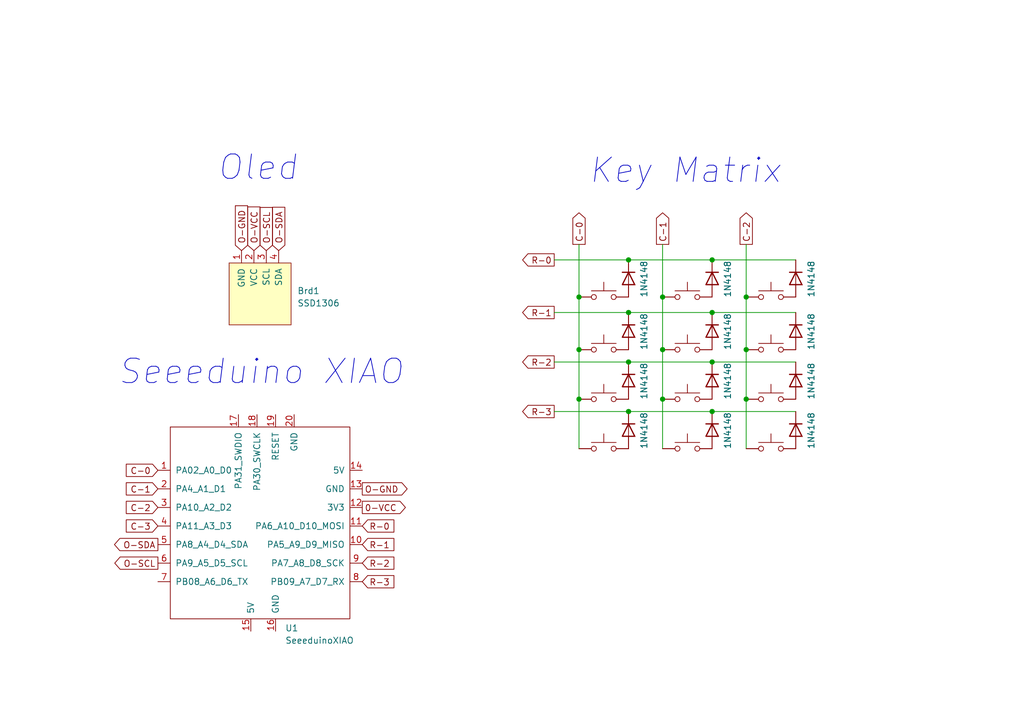
<source format=kicad_sch>
(kicad_sch (version 20230121) (generator eeschema)
  (paper "A5")
  (lib_symbols
    (symbol "Diode:1N4148" (pin_numbers hide) (pin_names hide)
      (property "Reference" "D" (at 0 2.54 0))
      (property "Value" "1N4148" (at 0 -2.54 0))
      (symbol "1N4148_0_1"
        (polyline (pts (xy -1.27 1.27) (xy -1.27 -1.27)) (stroke (width 0.254)))
        (polyline (pts (xy 1.27 0) (xy -1.27 0)))
        (polyline (pts (xy 1.27 1.27) (xy 1.27 -1.27) (xy -1.27 0) (xy 1.27 1.27)) (stroke (width 0.254)))
      )
      (symbol "1N4148_1_1"
        (pin passive line (at -3.81 0 0) (length 2.54) (name "K") (number "1"))
        (pin passive line (at 3.81 0 180) (length 2.54) (name "A") (number "2"))
      )
    )
    (symbol "SSD1306-128x64_OLED:SSD1306" (pin_names (offset 1.016))
      (property "Reference" "Brd" (at 0 -3.81 0))
      (property "Value" "SSD1306" (at 0 -1.27 0))
      (symbol "SSD1306_0_1"
        (rectangle (start -6.35 6.35) (end 6.35 -6.35) (fill (type background)))
      )
      (symbol "SSD1306_1_1"
        (pin input line (at -3.81 8.89 270) (length 2.54) (name "GND") (number "1"))
        (pin input line (at -1.27 8.89 270) (length 2.54) (name "VCC") (number "2"))
        (pin input line (at 1.27 8.89 270) (length 2.54) (name "SCL") (number "3"))
        (pin input line (at 3.81 8.89 270) (length 2.54) (name "SDA") (number "4"))
      )
    )
    (symbol "Seeeduino XIAO:SeeeduinoXIAO" (pin_names (offset 1.016))
      (property "Reference" "U" (at -19.05 22.86 0))
      (property "Value" "SeeeduinoXIAO" (at -12.7 21.59 0))
      (symbol "SeeeduinoXIAO_0_1"
        (rectangle (start -19.05 20.32) (end 17.78 -19.05))
      )
      (symbol "SeeeduinoXIAO_1_1"
        (pin unspecified line (at -21.59 11.43 0) (length 2.54) (name "PA02_A0_D0") (number "1"))
        (pin unspecified line (at 20.32 -3.81 180) (length 2.54) (name "PA5_A9_D9_MISO") (number "10"))
        (pin unspecified line (at 20.32 0 180) (length 2.54) (name "PA6_A10_D10_MOSI") (number "11"))
        (pin unspecified line (at 20.32 3.81 180) (length 2.54) (name "3V3") (number "12"))
        (pin unspecified line (at 20.32 7.62 180) (length 2.54) (name "GND") (number "13"))
        (pin unspecified line (at 20.32 11.43 180) (length 2.54) (name "5V") (number "14"))
        (pin input line (at -2.54 -21.59 90) (length 2.54) (name "5V") (number "15"))
        (pin input line (at 2.54 -21.59 90) (length 2.54) (name "GND") (number "16"))
        (pin input line (at -5.08 22.86 270) (length 2.54) (name "PA31_SWDIO") (number "17"))
        (pin input line (at -1.27 22.86 270) (length 2.54) (name "PA30_SWCLK") (number "18"))
        (pin input line (at 2.54 22.86 270) (length 2.54) (name "RESET") (number "19"))
        (pin unspecified line (at -21.59 7.62 0) (length 2.54) (name "PA4_A1_D1") (number "2"))
        (pin input line (at 6.35 22.86 270) (length 2.54) (name "GND") (number "20"))
        (pin unspecified line (at -21.59 3.81 0) (length 2.54) (name "PA10_A2_D2") (number "3"))
        (pin unspecified line (at -21.59 0 0) (length 2.54) (name "PA11_A3_D3") (number "4"))
        (pin unspecified line (at -21.59 -3.81 0) (length 2.54) (name "PA8_A4_D4_SDA") (number "5"))
        (pin unspecified line (at -21.59 -7.62 0) (length 2.54) (name "PA9_A5_D5_SCL") (number "6"))
        (pin unspecified line (at -21.59 -11.43 0) (length 2.54) (name "PB08_A6_D6_TX") (number "7"))
        (pin unspecified line (at 20.32 -11.43 180) (length 2.54) (name "PB09_A7_D7_RX") (number "8"))
        (pin unspecified line (at 20.32 -7.62 180) (length 2.54) (name "PA7_A8_D8_SCK") (number "9"))
      )
    )
    (symbol "Switch:SW_Push" (pin_numbers hide) (pin_names (offset 1.016) hide)
      (property "Reference" "SW" (at 1.27 2.54 0))
      (property "Value" "SW_Push" (at 0 -1.524 0))
      (symbol "SW_Push_0_1"
        (circle (center -2.032 0) (radius 0.508))
        (polyline (pts (xy 0 1.27) (xy 0 3.048)))
        (polyline (pts (xy 2.54 1.27) (xy -2.54 1.27)))
        (circle (center 2.032 0) (radius 0.508))
        (pin passive line (at -5.08 0 0) (length 2.54) (name "1") (number "1"))
        (pin passive line (at 5.08 0 180) (length 2.54) (name "2") (number "2"))
      )
    )
  )
  (junction (at 128.905 64.135))
  (junction (at 135.89 81.915))
  (junction (at 128.905 84.455))
  (junction (at 118.745 71.755))
  (junction (at 146.05 64.135))
  (junction (at 118.745 81.915))
  (junction (at 153.035 60.96))
  (junction (at 135.89 60.96))
  (junction (at 128.905 74.295))
  (junction (at 153.035 81.915))
  (junction (at 153.035 71.755))
  (junction (at 135.89 71.755))
  (junction (at 118.745 60.96))
  (junction (at 128.905 53.34))
  (junction (at 146.05 74.295))
  (junction (at 146.05 53.34))
  (junction (at 146.05 84.455))
  (wire (pts (xy 146.05 64.135) (xy 163.195 64.135)))
  (wire (pts (xy 128.905 53.34) (xy 146.05 53.34)))
  (wire (pts (xy 113.665 53.34) (xy 128.905 53.34)))
  (wire (pts (xy 135.89 60.96) (xy 135.89 71.755)))
  (wire (pts (xy 146.05 53.34) (xy 163.195 53.34)))
  (wire (pts (xy 128.905 74.295) (xy 146.05 74.295)))
  (wire (pts (xy 128.905 84.455) (xy 146.05 84.455)))
  (wire (pts (xy 128.905 64.135) (xy 146.05 64.135)))
  (wire (pts (xy 135.89 50.165) (xy 135.89 60.96)))
  (wire (pts (xy 153.035 60.96) (xy 153.035 71.755)))
  (wire (pts (xy 153.035 71.755) (xy 153.035 81.915)))
  (wire (pts (xy 146.05 84.455) (xy 163.195 84.455)))
  (wire (pts (xy 113.665 74.295) (xy 128.905 74.295)))
  (wire (pts (xy 153.035 81.915) (xy 153.035 92.075)))
  (wire (pts (xy 135.89 71.755) (xy 135.89 81.915)))
  (wire (pts (xy 118.745 50.165) (xy 118.745 60.96)))
  (wire (pts (xy 146.05 74.295) (xy 163.195 74.295)))
  (wire (pts (xy 118.745 81.915) (xy 118.745 92.075)))
  (wire (pts (xy 118.745 71.755) (xy 118.745 81.915)))
  (wire (pts (xy 118.745 60.96) (xy 118.745 71.755)))
  (wire (pts (xy 113.665 64.135) (xy 128.905 64.135)))
  (wire (pts (xy 113.665 84.455) (xy 128.905 84.455)))
  (wire (pts (xy 135.89 81.915) (xy 135.89 92.075)))
  (wire (pts (xy 153.035 50.165) (xy 153.035 60.96)))
  (text "Key Matrix\n" (at 120.65 38.1 0) (effects (font (size 5 5) italic) (justify left bottom)))
  (text "Seeeduino XIAO" (at 24.13 79.375 0) (effects (font (size 5 5) italic) (justify left bottom)))
  (text "Oled" (at 44.45 37.465 0) (effects (font (size 5 5) italic) (justify left bottom)))
  (global_label "C-1" (shape input) (at 32.385 100.33 180) (property "Intersheetrefs" "${INTERSHEET_REFS}" (effects hide)))
  (global_label "0-VCC" (shape output) (at 74.295 104.14 0) (property "Intersheetrefs" "${INTERSHEET_REFS}" (effects hide)))
  (global_label "O-SCL" (shape output) (at 32.385 115.57 180) (property "Intersheetrefs" "${INTERSHEET_REFS}" (effects hide)))
  (global_label "R-0" (shape output) (at 113.665 53.34 180) (property "Intersheetrefs" "${INTERSHEET_REFS}" (effects hide)))
  (global_label "R-2" (shape input) (at 74.295 115.57 0) (property "Intersheetrefs" "${INTERSHEET_REFS}" (effects hide)))
  (global_label "C-2" (shape input) (at 32.385 104.14 180) (property "Intersheetrefs" "${INTERSHEET_REFS}" (effects hide)))
  (global_label "O-SCL" (shape input) (at 54.61 51.435 90) (property "Intersheetrefs" "${INTERSHEET_REFS}" (effects hide)))
  (global_label "O-SDA" (shape output) (at 32.385 111.76 180) (property "Intersheetrefs" "${INTERSHEET_REFS}" (effects hide)))
  (global_label "C-1" (shape output) (at 135.89 50.165 90) (property "Intersheetrefs" "${INTERSHEET_REFS}" (effects hide)))
  (global_label "C-0" (shape input) (at 32.385 96.52 180) (property "Intersheetrefs" "${INTERSHEET_REFS}" (effects hide)))
  (global_label "R-3" (shape output) (at 113.665 84.455 180) (property "Intersheetrefs" "${INTERSHEET_REFS}" (effects hide)))
  (global_label "R-2" (shape output) (at 113.665 74.295 180) (property "Intersheetrefs" "${INTERSHEET_REFS}" (effects hide)))
  (global_label "R-1" (shape input) (at 74.295 111.76 0) (property "Intersheetrefs" "${INTERSHEET_REFS}" (effects hide)))
  (global_label "C-2" (shape output) (at 153.035 50.165 90) (property "Intersheetrefs" "${INTERSHEET_REFS}" (effects hide)))
  (global_label "O-VCC" (shape input) (at 52.07 51.435 90) (property "Intersheetrefs" "${INTERSHEET_REFS}" (effects hide)))
  (global_label "O-SDA" (shape input) (at 57.15 51.435 90) (property "Intersheetrefs" "${INTERSHEET_REFS}" (effects hide)))
  (global_label "R-3" (shape input) (at 74.295 119.38 0) (property "Intersheetrefs" "${INTERSHEET_REFS}" (effects hide)))
  (global_label "C-0" (shape output) (at 118.745 50.165 90) (property "Intersheetrefs" "${INTERSHEET_REFS}" (effects hide)))
  (global_label "O-GND" (shape input) (at 49.53 51.435 90) (property "Intersheetrefs" "${INTERSHEET_REFS}" (effects hide)))
  (global_label "O-GND" (shape output) (at 74.295 100.33 0) (property "Intersheetrefs" "${INTERSHEET_REFS}" (effects hide)))
  (global_label "C-3" (shape input) (at 32.385 107.95 180) (property "Intersheetrefs" "${INTERSHEET_REFS}" (effects hide)))
  (global_label "R-0" (shape input) (at 74.295 107.95 0) (property "Intersheetrefs" "${INTERSHEET_REFS}" (effects hide)))
  (global_label "R-1" (shape output) (at 113.665 64.135 180) (property "Intersheetrefs" "${INTERSHEET_REFS}" (effects hide)))
  (symbol (lib_id "Switch:SW_Push") (at 123.825 71.755 0) (unit 1)
    (property "Reference" "SW10" (effects hide))
    (property "Value" "SW_Push" (effects hide))
    (property "Footprint" "Button_Switch_Keyboard:SW_Cherry_MX_1.00u_PCB" (effects hide))
  )
  (symbol (lib_id "Diode:1N4148") (at 146.05 88.265 270) (unit 1)
    (property "Reference" "D8" (effects hide))
    (property "Value" "1N4148" (at 149.225 92.17 0) (effects (justify right)))
    (property "Footprint" "Diode_THT:D_DO-35_SOD27_P7.62mm_Horizontal" (effects hide))
    (property "Datasheet" "https://assets.nexperia.com/documents/data-sheet/1N4148_1N4448.pdf" (effects hide))
    (property "Sim.Device" "D" (effects hide))
    (property "Sim.Pins" "1=K 2=A" (effects hide))
  )
  (symbol (lib_id "Switch:SW_Push") (at 123.825 60.96 0) (unit 1)
    (property "Reference" "SW1" (effects hide))
    (property "Value" "SW_Push" (effects hide))
    (property "Footprint" "Button_Switch_Keyboard:SW_Cherry_MX_1.00u_PCB" (effects hide))
  )
  (symbol (lib_id "Diode:1N4148") (at 128.905 57.15 270) (unit 1)
    (property "Reference" "D1" (effects hide))
    (property "Value" "1N4148" (at 132.08 61.055 0) (effects (justify right)))
    (property "Footprint" "Diode_THT:D_DO-35_SOD27_P7.62mm_Horizontal" (effects hide))
    (property "Datasheet" "https://assets.nexperia.com/documents/data-sheet/1N4148_1N4448.pdf" (effects hide))
    (property "Sim.Device" "D" (effects hide))
    (property "Sim.Pins" "1=K 2=A" (effects hide))
  )
  (symbol (lib_id "Switch:SW_Push") (at 158.115 71.755 0) (unit 1)
    (property "Reference" "SW4" (effects hide))
    (property "Value" "SW_Push" (effects hide))
    (property "Footprint" "Button_Switch_Keyboard:SW_Cherry_MX_1.00u_PCB" (effects hide))
  )
  (symbol (lib_id "Diode:1N4148") (at 128.905 88.265 270) (unit 1)
    (property "Reference" "D4" (effects hide))
    (property "Value" "1N4148" (at 132.08 92.17 0) (effects (justify right)))
    (property "Footprint" "Diode_THT:D_DO-35_SOD27_P7.62mm_Horizontal" (effects hide))
    (property "Datasheet" "https://assets.nexperia.com/documents/data-sheet/1N4148_1N4448.pdf" (effects hide))
    (property "Sim.Device" "D" (effects hide))
    (property "Sim.Pins" "1=K 2=A" (effects hide))
  )
  (symbol (lib_id "Switch:SW_Push") (at 158.115 60.96 0) (unit 1)
    (property "Reference" "SW3" (effects hide))
    (property "Value" "SW_Push" (effects hide))
    (property "Footprint" "Button_Switch_Keyboard:SW_Cherry_MX_1.00u_PCB" (effects hide))
  )
  (symbol (lib_id "Diode:1N4148") (at 128.905 67.945 270) (unit 1)
    (property "Reference" "D5" (effects hide))
    (property "Value" "1N4148" (at 132.08 71.85 0) (effects (justify right)))
    (property "Footprint" "Diode_THT:D_DO-35_SOD27_P7.62mm_Horizontal" (effects hide))
    (property "Datasheet" "https://assets.nexperia.com/documents/data-sheet/1N4148_1N4448.pdf" (effects hide))
    (property "Sim.Device" "D" (effects hide))
    (property "Sim.Pins" "1=K 2=A" (effects hide))
  )
  (symbol (lib_id "Switch:SW_Push") (at 123.825 92.075 0) (unit 1)
    (property "Reference" "SW12" (effects hide))
    (property "Value" "SW_Push" (effects hide))
    (property "Footprint" "Button_Switch_Keyboard:SW_Cherry_MX_1.00u_PCB" (effects hide))
  )
  (symbol (lib_id "Diode:1N4148") (at 146.05 78.105 270) (unit 1)
    (property "Reference" "D10" (effects hide))
    (property "Value" "1N4148" (at 149.225 82.01 0) (effects (justify right)))
    (property "Footprint" "Diode_THT:D_DO-35_SOD27_P7.62mm_Horizontal" (effects hide))
    (property "Datasheet" "https://assets.nexperia.com/documents/data-sheet/1N4148_1N4448.pdf" (effects hide))
    (property "Sim.Device" "D" (effects hide))
    (property "Sim.Pins" "1=K 2=A" (effects hide))
  )
  (symbol (lib_id "Switch:SW_Push") (at 140.97 92.075 0) (unit 1)
    (property "Reference" "SW7" (effects hide))
    (property "Value" "SW_Push" (effects hide))
    (property "Footprint" "Button_Switch_Keyboard:SW_Cherry_MX_1.00u_PCB" (effects hide))
  )
  (symbol (lib_id "Switch:SW_Push") (at 140.97 60.96 0) (unit 1)
    (property "Reference" "SW2" (effects hide))
    (property "Value" "SW_Push" (effects hide))
    (property "Footprint" "Button_Switch_Keyboard:SW_Cherry_MX_1.00u_PCB" (effects hide))
  )
  (symbol (lib_id "Diode:1N4148") (at 146.05 67.945 270) (unit 1)
    (property "Reference" "D6" (effects hide))
    (property "Value" "1N4148" (at 149.225 71.85 0) (effects (justify right)))
    (property "Footprint" "Diode_THT:D_DO-35_SOD27_P7.62mm_Horizontal" (effects hide))
    (property "Datasheet" "https://assets.nexperia.com/documents/data-sheet/1N4148_1N4448.pdf" (effects hide))
    (property "Sim.Device" "D" (effects hide))
    (property "Sim.Pins" "1=K 2=A" (effects hide))
  )
  (symbol (lib_id "Switch:SW_Push") (at 158.115 92.075 0) (unit 1)
    (property "Reference" "SW6" (effects hide))
    (property "Value" "SW_Push" (effects hide))
    (property "Footprint" "Button_Switch_Keyboard:SW_Cherry_MX_1.00u_PCB" (effects hide))
  )
  (symbol (lib_id "Diode:1N4148") (at 163.195 78.105 270) (unit 1)
    (property "Reference" "D11" (effects hide))
    (property "Value" "1N4148" (at 166.37 82.01 0) (effects (justify right)))
    (property "Footprint" "Diode_THT:D_DO-35_SOD27_P7.62mm_Horizontal" (effects hide))
    (property "Datasheet" "https://assets.nexperia.com/documents/data-sheet/1N4148_1N4448.pdf" (effects hide))
    (property "Sim.Device" "D" (effects hide))
    (property "Sim.Pins" "1=K 2=A" (effects hide))
  )
  (symbol (lib_id "Switch:SW_Push") (at 123.825 81.915 0) (unit 1)
    (property "Reference" "SW11" (effects hide))
    (property "Value" "SW_Push" (effects hide))
    (property "Footprint" "Button_Switch_Keyboard:SW_Cherry_MX_1.00u_PCB" (effects hide))
  )
  (symbol (lib_id "SSD1306-128x64_OLED:SSD1306") (at 53.34 60.325 0) (unit 1)
    (property "Reference" "Brd1" (at 60.96 59.69 0) (effects (justify left)))
    (property "Value" "SSD1306" (at 60.96 62.23 0) (effects (justify left)))
    (property "Footprint" "kbd:OLED_v2" (effects hide))
  )
  (symbol (lib_id "Diode:1N4148") (at 163.195 67.945 270) (unit 1)
    (property "Reference" "D7" (effects hide))
    (property "Value" "1N4148" (at 166.37 71.85 0) (effects (justify right)))
    (property "Footprint" "Diode_THT:D_DO-35_SOD27_P7.62mm_Horizontal" (effects hide))
    (property "Datasheet" "https://assets.nexperia.com/documents/data-sheet/1N4148_1N4448.pdf" (effects hide))
    (property "Sim.Device" "D" (effects hide))
    (property "Sim.Pins" "1=K 2=A" (effects hide))
  )
  (symbol (lib_id "Diode:1N4148") (at 163.195 88.265 270) (unit 1)
    (property "Reference" "D12" (effects hide))
    (property "Value" "1N4148" (at 166.37 92.17 0) (effects (justify right)))
    (property "Footprint" "Diode_THT:D_DO-35_SOD27_P7.62mm_Horizontal" (effects hide))
    (property "Datasheet" "https://assets.nexperia.com/documents/data-sheet/1N4148_1N4448.pdf" (effects hide))
    (property "Sim.Device" "D" (effects hide))
    (property "Sim.Pins" "1=K 2=A" (effects hide))
  )
  (symbol (lib_id "Diode:1N4148") (at 163.195 57.15 270) (unit 1)
    (property "Reference" "D3" (effects hide))
    (property "Value" "1N4148" (at 166.37 61.055 0) (effects (justify right)))
    (property "Footprint" "Diode_THT:D_DO-35_SOD27_P7.62mm_Horizontal" (effects hide))
    (property "Datasheet" "https://assets.nexperia.com/documents/data-sheet/1N4148_1N4448.pdf" (effects hide))
    (property "Sim.Device" "D" (effects hide))
    (property "Sim.Pins" "1=K 2=A" (effects hide))
  )
  (symbol (lib_id "Seeeduino XIAO:SeeeduinoXIAO") (at 53.975 107.95 0) (unit 1)
    (property "Reference" "U1" (at 58.4709 128.905 0) (effects (justify left)))
    (property "Value" "SeeeduinoXIAO" (at 58.4709 131.445 0) (effects (justify left)))
  )
  (symbol (lib_id "Diode:1N4148") (at 128.905 78.105 270) (unit 1)
    (property "Reference" "D9" (effects hide))
    (property "Value" "1N4148" (at 132.08 82.01 0) (effects (justify right)))
    (property "Footprint" "Diode_THT:D_DO-35_SOD27_P7.62mm_Horizontal" (effects hide))
    (property "Datasheet" "https://assets.nexperia.com/documents/data-sheet/1N4148_1N4448.pdf" (effects hide))
    (property "Sim.Device" "D" (effects hide))
    (property "Sim.Pins" "1=K 2=A" (effects hide))
  )
  (symbol (lib_id "Switch:SW_Push") (at 158.115 81.915 0) (unit 1)
    (property "Reference" "SW5" (effects hide))
    (property "Value" "SW_Push" (effects hide))
    (property "Footprint" "Button_Switch_Keyboard:SW_Cherry_MX_1.00u_PCB" (effects hide))
  )
  (symbol (lib_id "Diode:1N4148") (at 146.05 57.15 270) (unit 1)
    (property "Reference" "D2" (effects hide))
    (property "Value" "1N4148" (at 149.225 61.055 0) (effects (justify right)))
    (property "Footprint" "Diode_THT:D_DO-35_SOD27_P7.62mm_Horizontal" (effects hide))
    (property "Datasheet" "https://assets.nexperia.com/documents/data-sheet/1N4148_1N4448.pdf" (effects hide))
    (property "Sim.Device" "D" (effects hide))
    (property "Sim.Pins" "1=K 2=A" (effects hide))
  )
  (symbol (lib_id "Switch:SW_Push") (at 140.97 71.755 0) (unit 1)
    (property "Reference" "SW9" (effects hide))
    (property "Value" "SW_Push" (effects hide))
    (property "Footprint" "Button_Switch_Keyboard:SW_Cherry_MX_1.00u_PCB" (effects hide))
  )
  (symbol (lib_id "Switch:SW_Push") (at 140.97 81.915 0) (unit 1)
    (property "Reference" "SW8" (effects hide))
    (property "Value" "SW_Push" (effects hide))
    (property "Footprint" "Button_Switch_Keyboard:SW_Cherry_MX_1.00u_PCB" (effects hide))
  )
)
</source>
